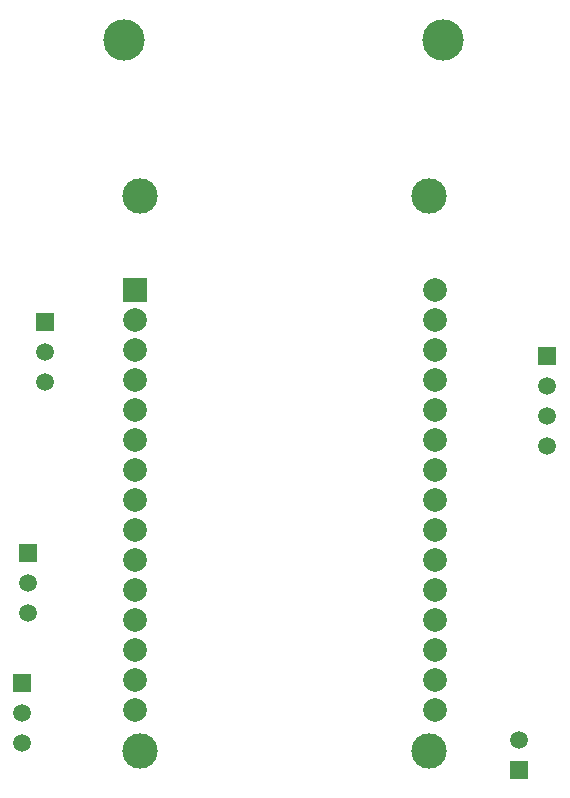
<source format=gbr>
%FSTAX23Y23*%
%MOIN*%
%SFA1B1*%

%IPPOS*%
%ADD10C,0.059055*%
%ADD11R,0.059055X0.059055*%
%ADD12R,0.078740X0.078740*%
%ADD13C,0.078740*%
%ADD14C,0.118110*%
%ADD15C,0.137795*%
%LNpcb1_copper_signal_top-1*%
%LPD*%
G54D10*
X023Y0074D03*
X02395Y0172D03*
Y0182D03*
Y0192D03*
X00645Y0083D03*
Y0073D03*
X00665Y01265D03*
Y01165D03*
X0072Y02035D03*
Y01935D03*
G54D11*
X023Y0064D03*
X02395Y0202D03*
X00645Y0093D03*
X00665Y01365D03*
X0072Y02135D03*
G54D12*
X0102Y0224D03*
G54D13*
X0102Y0214D03*
Y0204D03*
Y0194D03*
Y0184D03*
Y0174D03*
Y0164D03*
Y0154D03*
Y0144D03*
Y0134D03*
Y0124D03*
Y0114D03*
Y0104D03*
Y0094D03*
Y0084D03*
X0202Y0224D03*
Y0214D03*
Y0204D03*
Y0194D03*
Y0184D03*
Y0174D03*
Y0164D03*
Y0154D03*
Y0144D03*
Y0134D03*
Y0124D03*
Y0114D03*
Y0104D03*
Y0094D03*
Y0084D03*
G54D14*
X01036Y00705D03*
X02001D03*
Y02554D03*
X01036D03*
G54D15*
X00984Y03075D03*
X02047D03*
M02*
</source>
